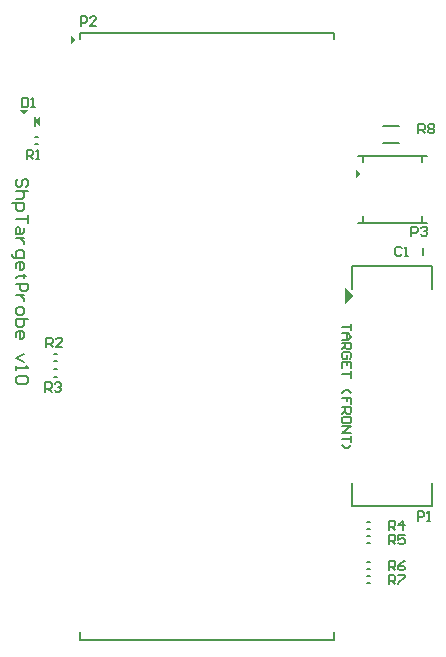
<source format=gbr>
%TF.GenerationSoftware,Altium Limited,Altium Designer,25.5.2 (35)*%
G04 Layer_Color=65535*
%FSLAX45Y45*%
%MOMM*%
%TF.SameCoordinates,04C475F5-62FD-4A33-8D44-780EF8A6E366*%
%TF.FilePolarity,Positive*%
%TF.FileFunction,Legend,Top*%
%TF.Part,Single*%
G01*
G75*
%TA.AperFunction,NonConductor*%
%ADD25C,0.20000*%
%ADD26C,0.15000*%
G36*
X163921Y4545706D02*
X131764Y4584294D01*
X196078D01*
X163921Y4545706D01*
D02*
G37*
G36*
X250000Y4490000D02*
X295000Y4530000D01*
Y4450000D01*
X250000Y4490000D01*
D02*
G37*
G36*
X607047Y5180684D02*
X563458Y5144359D01*
Y5217007D01*
X607047Y5180684D01*
D02*
G37*
G36*
X2954041Y3011350D02*
X2876893Y2947059D01*
Y3075639D01*
X2954041Y3011350D01*
D02*
G37*
G36*
X3017795Y4045838D02*
X2974206Y4009514D01*
Y4082162D01*
X3017795Y4045838D01*
D02*
G37*
D25*
X3614000Y1230000D02*
Y1430000D01*
X2939000Y1230000D02*
Y1430000D01*
Y1230000D02*
X3614000D01*
X2939000Y3070000D02*
Y3270000D01*
X3614000Y3070000D02*
Y3270000D01*
X2939000D02*
X3614000D01*
X639428Y98000D02*
Y164000D01*
X2788431Y98000D02*
Y164000D01*
X639428Y98000D02*
X2788431D01*
X2789756Y5186000D02*
Y5240000D01*
X639656Y5186000D02*
Y5240000D01*
X2789756D01*
X3536000Y4144000D02*
Y4189000D01*
X2991000Y4196000D02*
X3576000D01*
X3031000Y4144000D02*
Y4189000D01*
X2991000Y3633000D02*
X3576000D01*
X3536000Y3644000D02*
Y3689000D01*
X3031000Y3644000D02*
Y3689000D01*
X176629Y3933355D02*
X193290Y3950016D01*
Y3983338D01*
X176629Y4000000D01*
X159967D01*
X143306Y3983338D01*
Y3950016D01*
X126645Y3933355D01*
X109984D01*
X93322Y3950016D01*
Y3983338D01*
X109984Y4000000D01*
X193290Y3900032D02*
X93322D01*
X143306D01*
X159967Y3883371D01*
Y3850048D01*
X143306Y3833387D01*
X93322D01*
X60000Y3800064D02*
X159967D01*
Y3750080D01*
X143306Y3733419D01*
X109984D01*
X93322Y3750080D01*
Y3800064D01*
X193290Y3700096D02*
Y3633451D01*
Y3666774D01*
X93322D01*
X159967Y3583467D02*
Y3550145D01*
X143306Y3533484D01*
X93322D01*
Y3583467D01*
X109984Y3600129D01*
X126645Y3583467D01*
Y3533484D01*
X159967Y3500161D02*
X93322D01*
X126645D01*
X143306Y3483500D01*
X159967Y3466838D01*
Y3450177D01*
X60000Y3366871D02*
Y3350209D01*
X76661Y3333548D01*
X159967D01*
Y3383532D01*
X143306Y3400193D01*
X109984D01*
X93322Y3383532D01*
Y3333548D01*
Y3250241D02*
Y3283564D01*
X109984Y3300225D01*
X143306D01*
X159967Y3283564D01*
Y3250241D01*
X143306Y3233580D01*
X126645D01*
Y3300225D01*
X176629Y3183596D02*
X159967D01*
Y3200258D01*
Y3166935D01*
Y3183596D01*
X109984D01*
X93322Y3166935D01*
Y3116951D02*
X193290D01*
Y3066967D01*
X176629Y3050306D01*
X143306D01*
X126645Y3066967D01*
Y3116951D01*
X159967Y3016983D02*
X93322D01*
X126645D01*
X143306Y3000322D01*
X159967Y2983661D01*
Y2966999D01*
X93322Y2900354D02*
Y2867032D01*
X109984Y2850370D01*
X143306D01*
X159967Y2867032D01*
Y2900354D01*
X143306Y2917016D01*
X109984D01*
X93322Y2900354D01*
X193290Y2817048D02*
X93322D01*
Y2767064D01*
X109984Y2750403D01*
X126645D01*
X143306D01*
X159967Y2767064D01*
Y2817048D01*
X93322Y2667096D02*
Y2700419D01*
X109984Y2717080D01*
X143306D01*
X159967Y2700419D01*
Y2667096D01*
X143306Y2650435D01*
X126645D01*
Y2717080D01*
X159967Y2517144D02*
X93322Y2483822D01*
X159967Y2450499D01*
X93322Y2417177D02*
Y2383854D01*
Y2400515D01*
X193290D01*
X176629Y2417177D01*
Y2333870D02*
X193290Y2317209D01*
Y2283886D01*
X176629Y2267225D01*
X109984D01*
X93322Y2283886D01*
Y2317209D01*
X109984Y2333870D01*
X176629D01*
D26*
X3540000Y3360000D02*
Y3420000D01*
X253000Y4455000D02*
Y4525000D01*
X258000Y4362000D02*
X282000D01*
X258000Y4298000D02*
X282000D01*
X3068000Y578000D02*
X3092000D01*
X3068000Y642000D02*
X3092000D01*
X3068000Y918000D02*
X3092000D01*
X3068000Y982000D02*
X3092000D01*
X3068000Y698000D02*
X3092000D01*
X3068000Y762000D02*
X3092000D01*
X3068000Y1038000D02*
X3092000D01*
X3068000Y1102000D02*
X3092000D01*
X418000Y2328000D02*
X442000D01*
X418000Y2392000D02*
X442000D01*
X418000Y2458000D02*
X442000D01*
X418000Y2522000D02*
X442000D01*
X3200000Y4305000D02*
X3340000D01*
X3200000Y4455000D02*
X3340000D01*
X2934974Y2775000D02*
Y2721684D01*
Y2748342D01*
X2855000D01*
Y2695026D02*
X2908316D01*
X2934974Y2668368D01*
X2908316Y2641710D01*
X2855000D01*
X2894987D01*
Y2695026D01*
X2855000Y2615052D02*
X2934974D01*
Y2575065D01*
X2921645Y2561736D01*
X2894987D01*
X2881658Y2575065D01*
Y2615052D01*
Y2588394D02*
X2855000Y2561736D01*
X2921645Y2481762D02*
X2934974Y2495091D01*
Y2521749D01*
X2921645Y2535078D01*
X2868329D01*
X2855000Y2521749D01*
Y2495091D01*
X2868329Y2481762D01*
X2894987D01*
Y2508420D01*
X2934974Y2401787D02*
Y2455104D01*
X2855000D01*
Y2401787D01*
X2894987Y2455104D02*
Y2428445D01*
X2934974Y2375129D02*
Y2321813D01*
Y2348471D01*
X2855000D01*
Y2188523D02*
X2881658Y2215181D01*
X2908316D01*
X2934974Y2188523D01*
Y2095220D02*
Y2148536D01*
X2894987D01*
Y2121878D01*
Y2148536D01*
X2855000D01*
Y2068562D02*
X2934974D01*
Y2028574D01*
X2921645Y2015245D01*
X2894987D01*
X2881658Y2028574D01*
Y2068562D01*
Y2041903D02*
X2855000Y2015245D01*
X2934974Y1948600D02*
Y1975258D01*
X2921645Y1988587D01*
X2868329D01*
X2855000Y1975258D01*
Y1948600D01*
X2868329Y1935271D01*
X2921645D01*
X2934974Y1948600D01*
X2855000Y1908613D02*
X2934974D01*
X2855000Y1855297D01*
X2934974D01*
Y1828639D02*
Y1775323D01*
Y1801981D01*
X2855000D01*
Y1748665D02*
X2881658Y1722007D01*
X2908316D01*
X2934974Y1748665D01*
X3360000Y3416658D02*
X3346671Y3429987D01*
X3320013D01*
X3306684Y3416658D01*
Y3363342D01*
X3320013Y3350013D01*
X3346671D01*
X3360000Y3363342D01*
X3386658Y3350013D02*
X3413316D01*
X3399987D01*
Y3429987D01*
X3386658Y3416658D01*
X3253355Y910013D02*
Y989987D01*
X3293342D01*
X3306671Y976658D01*
Y950000D01*
X3293342Y936671D01*
X3253355D01*
X3280013D02*
X3306671Y910013D01*
X3386645Y989987D02*
X3333329D01*
Y950000D01*
X3359987Y963329D01*
X3373316D01*
X3386645Y950000D01*
Y923342D01*
X3373316Y910013D01*
X3346658D01*
X3333329Y923342D01*
X3253355Y690013D02*
Y769987D01*
X3293342D01*
X3306671Y756658D01*
Y730000D01*
X3293342Y716671D01*
X3253355D01*
X3280013D02*
X3306671Y690013D01*
X3386645Y769987D02*
X3359987Y756658D01*
X3333329Y730000D01*
Y703342D01*
X3346658Y690013D01*
X3373316D01*
X3386645Y703342D01*
Y716671D01*
X3373316Y730000D01*
X3333329D01*
X353355Y2580013D02*
Y2659987D01*
X393342D01*
X406671Y2646658D01*
Y2620000D01*
X393342Y2606671D01*
X353355D01*
X380013D02*
X406671Y2580013D01*
X486645D02*
X433329D01*
X486645Y2633329D01*
Y2646658D01*
X473316Y2659987D01*
X446658D01*
X433329Y2646658D01*
X343355Y2200013D02*
Y2279987D01*
X383342D01*
X396671Y2266658D01*
Y2240000D01*
X383342Y2226671D01*
X343355D01*
X370013D02*
X396671Y2200013D01*
X423329Y2266658D02*
X436658Y2279987D01*
X463316D01*
X476645Y2266658D01*
Y2253329D01*
X463316Y2240000D01*
X449987D01*
X463316D01*
X476645Y2226671D01*
Y2213342D01*
X463316Y2200013D01*
X436658D01*
X423329Y2213342D01*
X3253355Y570013D02*
Y649987D01*
X3293342D01*
X3306671Y636658D01*
Y610000D01*
X3293342Y596671D01*
X3253355D01*
X3280013D02*
X3306671Y570013D01*
X3333329Y649987D02*
X3386645D01*
Y636658D01*
X3333329Y583342D01*
Y570013D01*
X3253355Y1030013D02*
Y1109987D01*
X3293342D01*
X3306671Y1096658D01*
Y1070000D01*
X3293342Y1056671D01*
X3253355D01*
X3280013D02*
X3306671Y1030013D01*
X3373316D02*
Y1109987D01*
X3333329Y1070000D01*
X3386645D01*
X186684Y4170013D02*
Y4249987D01*
X226671D01*
X240000Y4236658D01*
Y4210000D01*
X226671Y4196671D01*
X186684D01*
X213342D02*
X240000Y4170013D01*
X266658D02*
X293316D01*
X279987D01*
Y4249987D01*
X266658Y4236658D01*
X3503355Y4390013D02*
Y4469987D01*
X3543342D01*
X3556671Y4456658D01*
Y4430000D01*
X3543342Y4416671D01*
X3503355D01*
X3530013D02*
X3556671Y4390013D01*
X3583329Y4456658D02*
X3596658Y4469987D01*
X3623316D01*
X3636645Y4456658D01*
Y4443329D01*
X3623316Y4430000D01*
X3636645Y4416671D01*
Y4403342D01*
X3623316Y4390013D01*
X3596658D01*
X3583329Y4403342D01*
Y4416671D01*
X3596658Y4430000D01*
X3583329Y4443329D01*
Y4456658D01*
X3596658Y4430000D02*
X3623316D01*
X3443355Y3520013D02*
Y3599987D01*
X3483342D01*
X3496671Y3586658D01*
Y3560000D01*
X3483342Y3546671D01*
X3443355D01*
X3523329Y3586658D02*
X3536658Y3599987D01*
X3563316D01*
X3576645Y3586658D01*
Y3573329D01*
X3563316Y3560000D01*
X3549987D01*
X3563316D01*
X3576645Y3546671D01*
Y3533342D01*
X3563316Y3520013D01*
X3536658D01*
X3523329Y3533342D01*
X643355Y5300013D02*
Y5379987D01*
X683342D01*
X696671Y5366658D01*
Y5340000D01*
X683342Y5326671D01*
X643355D01*
X776645Y5300013D02*
X723329D01*
X776645Y5353329D01*
Y5366658D01*
X763316Y5379987D01*
X736658D01*
X723329Y5366658D01*
X3496684Y1110013D02*
Y1189987D01*
X3536671D01*
X3550000Y1176658D01*
Y1150000D01*
X3536671Y1136671D01*
X3496684D01*
X3576658Y1110013D02*
X3603316D01*
X3589987D01*
Y1189987D01*
X3576658Y1176658D01*
X146684Y4689987D02*
Y4610013D01*
X186671D01*
X200000Y4623342D01*
Y4676658D01*
X186671Y4689987D01*
X146684D01*
X226658Y4610013D02*
X253316D01*
X239987D01*
Y4689987D01*
X226658Y4676658D01*
%TF.MD5,b35b0e3ffecd6c0bc67be5416fb7046b*%
M02*

</source>
